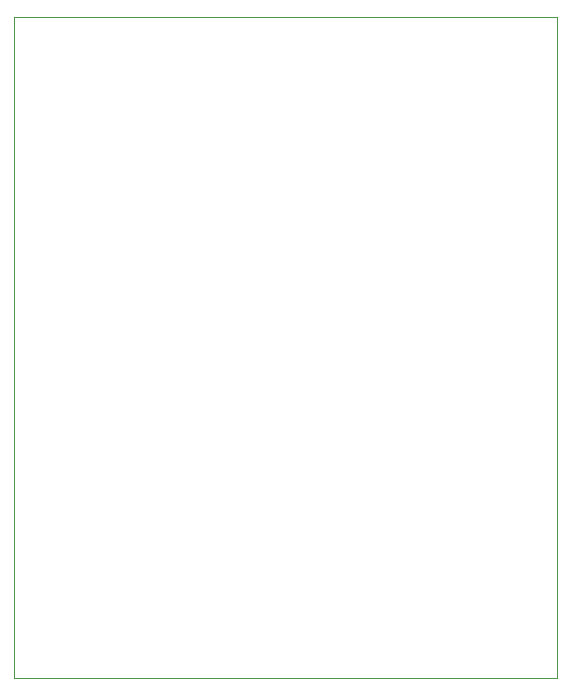
<source format=gm1>
G04 #@! TF.GenerationSoftware,KiCad,Pcbnew,9.0.3*
G04 #@! TF.CreationDate,2025-08-22T23:16:02-04:00*
G04 #@! TF.ProjectId,LINBoard-HW,4c494e42-6f61-4726-942d-48572e6b6963,rev?*
G04 #@! TF.SameCoordinates,Original*
G04 #@! TF.FileFunction,Profile,NP*
%FSLAX46Y46*%
G04 Gerber Fmt 4.6, Leading zero omitted, Abs format (unit mm)*
G04 Created by KiCad (PCBNEW 9.0.3) date 2025-08-22 23:16:02*
%MOMM*%
%LPD*%
G01*
G04 APERTURE LIST*
G04 #@! TA.AperFunction,Profile*
%ADD10C,0.050000*%
G04 #@! TD*
G04 APERTURE END LIST*
D10*
X-20000000Y7000000D02*
X26000000Y7000000D01*
X26000000Y-49000000D01*
X-20000000Y-49000000D01*
X-20000000Y7000000D01*
M02*

</source>
